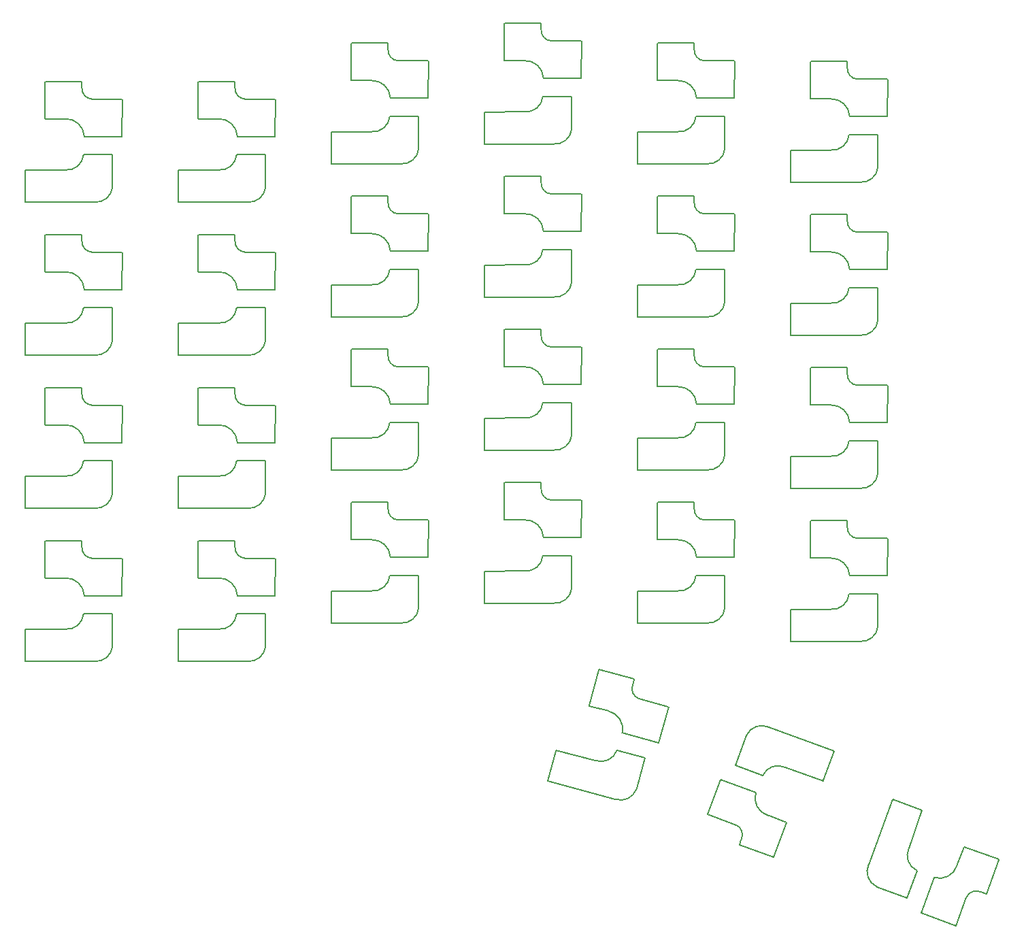
<source format=gbr>
%TF.GenerationSoftware,KiCad,Pcbnew,7.0.10*%
%TF.CreationDate,2024-03-21T20:23:33+01:00*%
%TF.ProjectId,duosync,64756f73-796e-4632-9e6b-696361645f70,rev?*%
%TF.SameCoordinates,Original*%
%TF.FileFunction,Legend,Bot*%
%TF.FilePolarity,Positive*%
%FSLAX46Y46*%
G04 Gerber Fmt 4.6, Leading zero omitted, Abs format (unit mm)*
G04 Created by KiCad (PCBNEW 7.0.10) date 2024-03-21 20:23:33*
%MOMM*%
%LPD*%
G01*
G04 APERTURE LIST*
%ADD10C,0.150000*%
G04 APERTURE END LIST*
D10*
%TO.C,K42*%
X157932200Y-55490100D02*
X157957200Y-50890100D01*
X156757200Y-61740100D02*
X156757200Y-57795100D01*
X156757200Y-57786100D02*
X153147200Y-57786100D01*
X154157200Y-50865100D02*
X157932200Y-50865100D01*
X153232200Y-55515100D02*
X157932200Y-55515100D01*
X152937200Y-49390100D02*
X152937200Y-48690100D01*
X148382200Y-53315100D02*
X150932200Y-53315100D01*
X148382200Y-48665100D02*
X152932200Y-48665100D01*
X148357200Y-53290100D02*
X148357200Y-48690100D01*
X145857200Y-63694100D02*
X154482200Y-63694100D01*
X145857200Y-59786100D02*
X145857200Y-63694100D01*
X145857200Y-59740100D02*
X150907200Y-59694100D01*
X154482200Y-63694099D02*
G75*
G03*
X156746199Y-61810100I190000J2073999D01*
G01*
X152937200Y-49440100D02*
G75*
G03*
X154157200Y-50860100I1320000J-100000D01*
G01*
X150882200Y-59690099D02*
G75*
G03*
X153142199Y-57810100I190000J2069999D01*
G01*
X153227199Y-55490100D02*
G75*
G03*
X150857200Y-53320101I-2269999J-100000D01*
G01*
%TO.C,K54*%
X176982000Y-96066100D02*
X177007000Y-91466100D01*
X175807000Y-102316100D02*
X175807000Y-98371100D01*
X175807000Y-98362100D02*
X172197000Y-98362100D01*
X173207000Y-91441100D02*
X176982000Y-91441100D01*
X172282000Y-96091100D02*
X176982000Y-96091100D01*
X171987000Y-89966100D02*
X171987000Y-89266100D01*
X167432000Y-93891100D02*
X169982000Y-93891100D01*
X167432000Y-89241100D02*
X171982000Y-89241100D01*
X167407000Y-93866100D02*
X167407000Y-89266100D01*
X164907000Y-104270100D02*
X173532000Y-104270100D01*
X164907000Y-100362100D02*
X164907000Y-104270100D01*
X164907000Y-100316100D02*
X169957000Y-100270100D01*
X173532000Y-104270099D02*
G75*
G03*
X175795999Y-102386100I190000J2073999D01*
G01*
X171987000Y-90016100D02*
G75*
G03*
X173207000Y-91436100I1320000J-100000D01*
G01*
X169932000Y-100266099D02*
G75*
G03*
X172191999Y-98386100I190000J2069999D01*
G01*
X172276999Y-96066100D02*
G75*
G03*
X169907000Y-93896101I-2269999J-100000D01*
G01*
%TO.C,K41*%
X157932200Y-36440100D02*
X157957200Y-31840100D01*
X156757200Y-42690100D02*
X156757200Y-38745100D01*
X156757200Y-38736100D02*
X153147200Y-38736100D01*
X154157200Y-31815100D02*
X157932200Y-31815100D01*
X153232200Y-36465100D02*
X157932200Y-36465100D01*
X152937200Y-30340100D02*
X152937200Y-29640100D01*
X148382200Y-34265100D02*
X150932200Y-34265100D01*
X148382200Y-29615100D02*
X152932200Y-29615100D01*
X148357200Y-34240100D02*
X148357200Y-29640100D01*
X145857200Y-44644100D02*
X154482200Y-44644100D01*
X145857200Y-40736100D02*
X145857200Y-44644100D01*
X145857200Y-40690100D02*
X150907200Y-40644100D01*
X154482200Y-44644099D02*
G75*
G03*
X156746199Y-42760100I190000J2073999D01*
G01*
X152937200Y-30390100D02*
G75*
G03*
X154157200Y-31810100I1320000J-100000D01*
G01*
X150882200Y-40640099D02*
G75*
G03*
X153142199Y-38760100I190000J2069999D01*
G01*
X153227199Y-36440100D02*
G75*
G03*
X150857200Y-34270101I-2269999J-100000D01*
G01*
%TO.C,K34*%
X138882200Y-96066100D02*
X138907200Y-91466100D01*
X137707200Y-102316100D02*
X137707200Y-98371100D01*
X137707200Y-98362100D02*
X134097200Y-98362100D01*
X135107200Y-91441100D02*
X138882200Y-91441100D01*
X134182200Y-96091100D02*
X138882200Y-96091100D01*
X133887200Y-89966100D02*
X133887200Y-89266100D01*
X129332200Y-93891100D02*
X131882200Y-93891100D01*
X129332200Y-89241100D02*
X133882200Y-89241100D01*
X129307200Y-93866100D02*
X129307200Y-89266100D01*
X126807200Y-104270100D02*
X135432200Y-104270100D01*
X126807200Y-100362100D02*
X126807200Y-104270100D01*
X126807200Y-100316100D02*
X131857200Y-100270100D01*
X135432200Y-104270099D02*
G75*
G03*
X137696199Y-102386100I190000J2073999D01*
G01*
X133887200Y-90016100D02*
G75*
G03*
X135107200Y-91436100I1320000J-100000D01*
G01*
X131832200Y-100266099D02*
G75*
G03*
X134092199Y-98386100I190000J2069999D01*
G01*
X134177199Y-96066100D02*
G75*
G03*
X131807200Y-93896101I-2269999J-100000D01*
G01*
%TO.C,K14*%
X100782200Y-100829100D02*
X100807200Y-96229100D01*
X99607200Y-107079100D02*
X99607200Y-103134100D01*
X99607200Y-103125100D02*
X95997200Y-103125100D01*
X97007200Y-96204100D02*
X100782200Y-96204100D01*
X96082200Y-100854100D02*
X100782200Y-100854100D01*
X95787200Y-94729100D02*
X95787200Y-94029100D01*
X91232200Y-98654100D02*
X93782200Y-98654100D01*
X91232200Y-94004100D02*
X95782200Y-94004100D01*
X91207200Y-98629100D02*
X91207200Y-94029100D01*
X88707200Y-109033100D02*
X97332200Y-109033100D01*
X88707200Y-105125100D02*
X88707200Y-109033100D01*
X88707200Y-105079100D02*
X93757200Y-105033100D01*
X97332200Y-109033099D02*
G75*
G03*
X99596199Y-107149100I190000J2073999D01*
G01*
X95787200Y-94779100D02*
G75*
G03*
X97007200Y-96199100I1320000J-100000D01*
G01*
X93732200Y-105029099D02*
G75*
G03*
X95992199Y-103149100I190000J2069999D01*
G01*
X96077199Y-100829100D02*
G75*
G03*
X93707200Y-98659101I-2269999J-100000D01*
G01*
%TO.C,K51*%
X176982000Y-38916100D02*
X177007000Y-34316100D01*
X175807000Y-45166100D02*
X175807000Y-41221100D01*
X175807000Y-41212100D02*
X172197000Y-41212100D01*
X173207000Y-34291100D02*
X176982000Y-34291100D01*
X172282000Y-38941100D02*
X176982000Y-38941100D01*
X171987000Y-32816100D02*
X171987000Y-32116100D01*
X167432000Y-36741100D02*
X169982000Y-36741100D01*
X167432000Y-32091100D02*
X171982000Y-32091100D01*
X167407000Y-36716100D02*
X167407000Y-32116100D01*
X164907000Y-47120100D02*
X173532000Y-47120100D01*
X164907000Y-43212100D02*
X164907000Y-47120100D01*
X164907000Y-43166100D02*
X169957000Y-43120100D01*
X173532000Y-47120099D02*
G75*
G03*
X175795999Y-45236100I190000J2073999D01*
G01*
X171987000Y-32866100D02*
G75*
G03*
X173207000Y-34286100I1320000J-100000D01*
G01*
X169932000Y-43116099D02*
G75*
G03*
X172191999Y-41236100I190000J2069999D01*
G01*
X172276999Y-38916100D02*
G75*
G03*
X169907000Y-36746101I-2269999J-100000D01*
G01*
%TO.C,K24*%
X119832200Y-100829100D02*
X119857200Y-96229100D01*
X118657200Y-107079100D02*
X118657200Y-103134100D01*
X118657200Y-103125100D02*
X115047200Y-103125100D01*
X116057200Y-96204100D02*
X119832200Y-96204100D01*
X115132200Y-100854100D02*
X119832200Y-100854100D01*
X114837200Y-94729100D02*
X114837200Y-94029100D01*
X110282200Y-98654100D02*
X112832200Y-98654100D01*
X110282200Y-94004100D02*
X114832200Y-94004100D01*
X110257200Y-98629100D02*
X110257200Y-94029100D01*
X107757200Y-109033100D02*
X116382200Y-109033100D01*
X107757200Y-105125100D02*
X107757200Y-109033100D01*
X107757200Y-105079100D02*
X112807200Y-105033100D01*
X116382200Y-109033099D02*
G75*
G03*
X118646199Y-107149100I190000J2073999D01*
G01*
X114837200Y-94779100D02*
G75*
G03*
X116057200Y-96199100I1320000J-100000D01*
G01*
X112782200Y-105029099D02*
G75*
G03*
X115042199Y-103149100I190000J2069999D01*
G01*
X115127199Y-100829100D02*
G75*
G03*
X112757200Y-98659101I-2269999J-100000D01*
G01*
%TO.C,K44*%
X157932200Y-93590100D02*
X157957200Y-88990100D01*
X156757200Y-99840100D02*
X156757200Y-95895100D01*
X156757200Y-95886100D02*
X153147200Y-95886100D01*
X154157200Y-88965100D02*
X157932200Y-88965100D01*
X153232200Y-93615100D02*
X157932200Y-93615100D01*
X152937200Y-87490100D02*
X152937200Y-86790100D01*
X148382200Y-91415100D02*
X150932200Y-91415100D01*
X148382200Y-86765100D02*
X152932200Y-86765100D01*
X148357200Y-91390100D02*
X148357200Y-86790100D01*
X145857200Y-101794100D02*
X154482200Y-101794100D01*
X145857200Y-97886100D02*
X145857200Y-101794100D01*
X145857200Y-97840100D02*
X150907200Y-97794100D01*
X154482200Y-101794099D02*
G75*
G03*
X156746199Y-99910100I190000J2073999D01*
G01*
X152937200Y-87540100D02*
G75*
G03*
X154157200Y-88960100I1320000J-100000D01*
G01*
X150882200Y-97790099D02*
G75*
G03*
X153142199Y-95910100I190000J2069999D01*
G01*
X153227199Y-93590100D02*
G75*
G03*
X150857200Y-91420101I-2269999J-100000D01*
G01*
%TO.C,K52*%
X176982000Y-57966100D02*
X177007000Y-53366100D01*
X175807000Y-64216100D02*
X175807000Y-60271100D01*
X175807000Y-60262100D02*
X172197000Y-60262100D01*
X173207000Y-53341100D02*
X176982000Y-53341100D01*
X172282000Y-57991100D02*
X176982000Y-57991100D01*
X171987000Y-51866100D02*
X171987000Y-51166100D01*
X167432000Y-55791100D02*
X169982000Y-55791100D01*
X167432000Y-51141100D02*
X171982000Y-51141100D01*
X167407000Y-55766100D02*
X167407000Y-51166100D01*
X164907000Y-66170100D02*
X173532000Y-66170100D01*
X164907000Y-62262100D02*
X164907000Y-66170100D01*
X164907000Y-62216100D02*
X169957000Y-62170100D01*
X173532000Y-66170099D02*
G75*
G03*
X175795999Y-64286100I190000J2073999D01*
G01*
X171987000Y-51916100D02*
G75*
G03*
X173207000Y-53336100I1320000J-100000D01*
G01*
X169932000Y-62166099D02*
G75*
G03*
X172191999Y-60286100I190000J2069999D01*
G01*
X172276999Y-57966100D02*
G75*
G03*
X169907000Y-55796101I-2269999J-100000D01*
G01*
%TO.C,K21*%
X119832200Y-43679100D02*
X119857200Y-39079100D01*
X118657200Y-49929100D02*
X118657200Y-45984100D01*
X118657200Y-45975100D02*
X115047200Y-45975100D01*
X116057200Y-39054100D02*
X119832200Y-39054100D01*
X115132200Y-43704100D02*
X119832200Y-43704100D01*
X114837200Y-37579100D02*
X114837200Y-36879100D01*
X110282200Y-41504100D02*
X112832200Y-41504100D01*
X110282200Y-36854100D02*
X114832200Y-36854100D01*
X110257200Y-41479100D02*
X110257200Y-36879100D01*
X107757200Y-51883100D02*
X116382200Y-51883100D01*
X107757200Y-47975100D02*
X107757200Y-51883100D01*
X107757200Y-47929100D02*
X112807200Y-47883100D01*
X116382200Y-51883099D02*
G75*
G03*
X118646199Y-49999100I190000J2073999D01*
G01*
X114837200Y-37629100D02*
G75*
G03*
X116057200Y-39049100I1320000J-100000D01*
G01*
X112782200Y-47879099D02*
G75*
G03*
X115042199Y-45999100I190000J2069999D01*
G01*
X115127199Y-43679100D02*
G75*
G03*
X112757200Y-41509101I-2269999J-100000D01*
G01*
%TO.C,K65*%
X196641928Y-126198470D02*
X193692004Y-134303319D01*
X194750068Y-137109427D02*
X198457155Y-138458697D01*
X200314247Y-127535085D02*
X196641928Y-126198470D01*
X200357473Y-127550818D02*
X198673497Y-132311999D01*
X198465613Y-138461775D02*
X199700305Y-135069485D01*
X201805275Y-135926086D02*
X200197781Y-140342642D01*
X200221273Y-140351192D02*
X204535308Y-141947977D01*
X205531397Y-132121021D02*
X204659246Y-134517237D01*
X205563439Y-132106080D02*
X209886025Y-133679373D01*
X205858478Y-138385696D02*
X204567351Y-141933035D01*
X207661789Y-137743750D02*
X208319574Y-137983164D01*
X209900968Y-133711415D02*
X208344776Y-137987016D01*
X193692005Y-134303320D02*
G75*
G03*
X194688052Y-137075149I1883938J-887891D01*
G01*
X198685807Y-132289875D02*
G75*
G03*
X199679461Y-135056578I1880179J-886524D01*
G01*
X201830478Y-135929939D02*
G75*
G03*
X204680199Y-134445050I682416J2167305D01*
G01*
X207614803Y-137726650D02*
G75*
G03*
X205863177Y-138387406I-545435J-1206191D01*
G01*
%TO.C,K61*%
X196032200Y-41202100D02*
X196057200Y-36602100D01*
X194857200Y-47452100D02*
X194857200Y-43507100D01*
X194857200Y-43498100D02*
X191247200Y-43498100D01*
X192257200Y-36577100D02*
X196032200Y-36577100D01*
X191332200Y-41227100D02*
X196032200Y-41227100D01*
X191037200Y-35102100D02*
X191037200Y-34402100D01*
X186482200Y-39027100D02*
X189032200Y-39027100D01*
X186482200Y-34377100D02*
X191032200Y-34377100D01*
X186457200Y-39002100D02*
X186457200Y-34402100D01*
X183957200Y-49406100D02*
X192582200Y-49406100D01*
X183957200Y-45498100D02*
X183957200Y-49406100D01*
X183957200Y-45452100D02*
X189007200Y-45406100D01*
X192582200Y-49406099D02*
G75*
G03*
X194846199Y-47522100I190000J2073999D01*
G01*
X191037200Y-35152100D02*
G75*
G03*
X192257200Y-36572100I1320000J-100000D01*
G01*
X188982200Y-45402099D02*
G75*
G03*
X191242199Y-43522100I190000J2069999D01*
G01*
X191327199Y-41202100D02*
G75*
G03*
X188957200Y-39032101I-2269999J-100000D01*
G01*
%TO.C,K11*%
X100782200Y-43679100D02*
X100807200Y-39079100D01*
X99607200Y-49929100D02*
X99607200Y-45984100D01*
X99607200Y-45975100D02*
X95997200Y-45975100D01*
X97007200Y-39054100D02*
X100782200Y-39054100D01*
X96082200Y-43704100D02*
X100782200Y-43704100D01*
X95787200Y-37579100D02*
X95787200Y-36879100D01*
X91232200Y-41504100D02*
X93782200Y-41504100D01*
X91232200Y-36854100D02*
X95782200Y-36854100D01*
X91207200Y-41479100D02*
X91207200Y-36879100D01*
X88707200Y-51883100D02*
X97332200Y-51883100D01*
X88707200Y-47975100D02*
X88707200Y-51883100D01*
X88707200Y-47929100D02*
X93757200Y-47883100D01*
X97332200Y-51883099D02*
G75*
G03*
X99596199Y-49999100I190000J2073999D01*
G01*
X95787200Y-37629100D02*
G75*
G03*
X97007200Y-39049100I1320000J-100000D01*
G01*
X93732200Y-47879099D02*
G75*
G03*
X95992199Y-45999100I190000J2069999D01*
G01*
X96077199Y-43679100D02*
G75*
G03*
X93707200Y-41509101I-2269999J-100000D01*
G01*
%TO.C,K13*%
X100782200Y-81779100D02*
X100807200Y-77179100D01*
X99607200Y-88029100D02*
X99607200Y-84084100D01*
X99607200Y-84075100D02*
X95997200Y-84075100D01*
X97007200Y-77154100D02*
X100782200Y-77154100D01*
X96082200Y-81804100D02*
X100782200Y-81804100D01*
X95787200Y-75679100D02*
X95787200Y-74979100D01*
X91232200Y-79604100D02*
X93782200Y-79604100D01*
X91232200Y-74954100D02*
X95782200Y-74954100D01*
X91207200Y-79579100D02*
X91207200Y-74979100D01*
X88707200Y-89983100D02*
X97332200Y-89983100D01*
X88707200Y-86075100D02*
X88707200Y-89983100D01*
X88707200Y-86029100D02*
X93757200Y-85983100D01*
X97332200Y-89983099D02*
G75*
G03*
X99596199Y-88099100I190000J2073999D01*
G01*
X95787200Y-75729100D02*
G75*
G03*
X97007200Y-77149100I1320000J-100000D01*
G01*
X93732200Y-85979099D02*
G75*
G03*
X95992199Y-84099100I190000J2069999D01*
G01*
X96077199Y-81779100D02*
G75*
G03*
X93707200Y-79609101I-2269999J-100000D01*
G01*
%TO.C,K33*%
X138882200Y-77016100D02*
X138907200Y-72416100D01*
X137707200Y-83266100D02*
X137707200Y-79321100D01*
X137707200Y-79312100D02*
X134097200Y-79312100D01*
X135107200Y-72391100D02*
X138882200Y-72391100D01*
X134182200Y-77041100D02*
X138882200Y-77041100D01*
X133887200Y-70916100D02*
X133887200Y-70216100D01*
X129332200Y-74841100D02*
X131882200Y-74841100D01*
X129332200Y-70191100D02*
X133882200Y-70191100D01*
X129307200Y-74816100D02*
X129307200Y-70216100D01*
X126807200Y-85220100D02*
X135432200Y-85220100D01*
X126807200Y-81312100D02*
X126807200Y-85220100D01*
X126807200Y-81266100D02*
X131857200Y-81220100D01*
X135432200Y-85220099D02*
G75*
G03*
X137696199Y-83336100I190000J2073999D01*
G01*
X133887200Y-70966100D02*
G75*
G03*
X135107200Y-72386100I1320000J-100000D01*
G01*
X131832200Y-81216099D02*
G75*
G03*
X134092199Y-79336100I190000J2069999D01*
G01*
X134177199Y-77016100D02*
G75*
G03*
X131807200Y-74846101I-2269999J-100000D01*
G01*
%TO.C,K32*%
X138882200Y-57966100D02*
X138907200Y-53366100D01*
X137707200Y-64216100D02*
X137707200Y-60271100D01*
X137707200Y-60262100D02*
X134097200Y-60262100D01*
X135107200Y-53341100D02*
X138882200Y-53341100D01*
X134182200Y-57991100D02*
X138882200Y-57991100D01*
X133887200Y-51866100D02*
X133887200Y-51166100D01*
X129332200Y-55791100D02*
X131882200Y-55791100D01*
X129332200Y-51141100D02*
X133882200Y-51141100D01*
X129307200Y-55766100D02*
X129307200Y-51166100D01*
X126807200Y-66170100D02*
X135432200Y-66170100D01*
X126807200Y-62262100D02*
X126807200Y-66170100D01*
X126807200Y-62216100D02*
X131857200Y-62170100D01*
X135432200Y-66170099D02*
G75*
G03*
X137696199Y-64286100I190000J2073999D01*
G01*
X133887200Y-51916100D02*
G75*
G03*
X135107200Y-53336100I1320000J-100000D01*
G01*
X131832200Y-62166099D02*
G75*
G03*
X134092199Y-60286100I190000J2069999D01*
G01*
X134177199Y-57966100D02*
G75*
G03*
X131807200Y-55796101I-2269999J-100000D01*
G01*
%TO.C,K43*%
X157932200Y-74540100D02*
X157957200Y-69940100D01*
X156757200Y-80790100D02*
X156757200Y-76845100D01*
X156757200Y-76836100D02*
X153147200Y-76836100D01*
X154157200Y-69915100D02*
X157932200Y-69915100D01*
X153232200Y-74565100D02*
X157932200Y-74565100D01*
X152937200Y-68440100D02*
X152937200Y-67740100D01*
X148382200Y-72365100D02*
X150932200Y-72365100D01*
X148382200Y-67715100D02*
X152932200Y-67715100D01*
X148357200Y-72340100D02*
X148357200Y-67740100D01*
X145857200Y-82744100D02*
X154482200Y-82744100D01*
X145857200Y-78836100D02*
X145857200Y-82744100D01*
X145857200Y-78790100D02*
X150907200Y-78744100D01*
X154482200Y-82744099D02*
G75*
G03*
X156746199Y-80860100I190000J2073999D01*
G01*
X152937200Y-68490100D02*
G75*
G03*
X154157200Y-69910100I1320000J-100000D01*
G01*
X150882200Y-78740099D02*
G75*
G03*
X153142199Y-76860100I190000J2069999D01*
G01*
X153227199Y-74540100D02*
G75*
G03*
X150857200Y-72370101I-2269999J-100000D01*
G01*
%TO.C,K23*%
X119832200Y-81779100D02*
X119857200Y-77179100D01*
X118657200Y-88029100D02*
X118657200Y-84084100D01*
X118657200Y-84075100D02*
X115047200Y-84075100D01*
X116057200Y-77154100D02*
X119832200Y-77154100D01*
X115132200Y-81804100D02*
X119832200Y-81804100D01*
X114837200Y-75679100D02*
X114837200Y-74979100D01*
X110282200Y-79604100D02*
X112832200Y-79604100D01*
X110282200Y-74954100D02*
X114832200Y-74954100D01*
X110257200Y-79579100D02*
X110257200Y-74979100D01*
X107757200Y-89983100D02*
X116382200Y-89983100D01*
X107757200Y-86075100D02*
X107757200Y-89983100D01*
X107757200Y-86029100D02*
X112807200Y-85983100D01*
X116382200Y-89983099D02*
G75*
G03*
X118646199Y-88099100I190000J2073999D01*
G01*
X114837200Y-75729100D02*
G75*
G03*
X116057200Y-77149100I1320000J-100000D01*
G01*
X112782200Y-85979099D02*
G75*
G03*
X115042199Y-84099100I190000J2069999D01*
G01*
X115127199Y-81779100D02*
G75*
G03*
X112757200Y-79609101I-2269999J-100000D01*
G01*
%TO.C,K22*%
X119832200Y-62729100D02*
X119857200Y-58129100D01*
X118657200Y-68979100D02*
X118657200Y-65034100D01*
X118657200Y-65025100D02*
X115047200Y-65025100D01*
X116057200Y-58104100D02*
X119832200Y-58104100D01*
X115132200Y-62754100D02*
X119832200Y-62754100D01*
X114837200Y-56629100D02*
X114837200Y-55929100D01*
X110282200Y-60554100D02*
X112832200Y-60554100D01*
X110282200Y-55904100D02*
X114832200Y-55904100D01*
X110257200Y-60529100D02*
X110257200Y-55929100D01*
X107757200Y-70933100D02*
X116382200Y-70933100D01*
X107757200Y-67025100D02*
X107757200Y-70933100D01*
X107757200Y-66979100D02*
X112807200Y-66933100D01*
X116382200Y-70933099D02*
G75*
G03*
X118646199Y-69049100I190000J2073999D01*
G01*
X114837200Y-56679100D02*
G75*
G03*
X116057200Y-58099100I1320000J-100000D01*
G01*
X112782200Y-66929099D02*
G75*
G03*
X115042199Y-65049100I190000J2069999D01*
G01*
X115127199Y-62729100D02*
G75*
G03*
X112757200Y-60559101I-2269999J-100000D01*
G01*
%TO.C,K53*%
X176982000Y-77016100D02*
X177007000Y-72416100D01*
X175807000Y-83266100D02*
X175807000Y-79321100D01*
X175807000Y-79312100D02*
X172197000Y-79312100D01*
X173207000Y-72391100D02*
X176982000Y-72391100D01*
X172282000Y-77041100D02*
X176982000Y-77041100D01*
X171987000Y-70916100D02*
X171987000Y-70216100D01*
X167432000Y-74841100D02*
X169982000Y-74841100D01*
X167432000Y-70191100D02*
X171982000Y-70191100D01*
X167407000Y-74816100D02*
X167407000Y-70216100D01*
X164907000Y-85220100D02*
X173532000Y-85220100D01*
X164907000Y-81312100D02*
X164907000Y-85220100D01*
X164907000Y-81266100D02*
X169957000Y-81220100D01*
X173532000Y-85220099D02*
G75*
G03*
X175795999Y-83336100I190000J2073999D01*
G01*
X171987000Y-70966100D02*
G75*
G03*
X173207000Y-72386100I1320000J-100000D01*
G01*
X169932000Y-81216099D02*
G75*
G03*
X172191999Y-79336100I190000J2069999D01*
G01*
X172276999Y-77016100D02*
G75*
G03*
X169907000Y-74846101I-2269999J-100000D01*
G01*
%TO.C,K31*%
X138882200Y-38916100D02*
X138907200Y-34316100D01*
X137707200Y-45166100D02*
X137707200Y-41221100D01*
X137707200Y-41212100D02*
X134097200Y-41212100D01*
X135107200Y-34291100D02*
X138882200Y-34291100D01*
X134182200Y-38941100D02*
X138882200Y-38941100D01*
X133887200Y-32816100D02*
X133887200Y-32116100D01*
X129332200Y-36741100D02*
X131882200Y-36741100D01*
X129332200Y-32091100D02*
X133882200Y-32091100D01*
X129307200Y-36716100D02*
X129307200Y-32116100D01*
X126807200Y-47120100D02*
X135432200Y-47120100D01*
X126807200Y-43212100D02*
X126807200Y-47120100D01*
X126807200Y-43166100D02*
X131857200Y-43120100D01*
X135432200Y-47120099D02*
G75*
G03*
X137696199Y-45236100I190000J2073999D01*
G01*
X133887200Y-32866100D02*
G75*
G03*
X135107200Y-34286100I1320000J-100000D01*
G01*
X131832200Y-43116099D02*
G75*
G03*
X134092199Y-41236100I190000J2069999D01*
G01*
X134177199Y-38916100D02*
G75*
G03*
X131807200Y-36746101I-2269999J-100000D01*
G01*
%TO.C,K12*%
X100782200Y-62729100D02*
X100807200Y-58129100D01*
X99607200Y-68979100D02*
X99607200Y-65034100D01*
X99607200Y-65025100D02*
X95997200Y-65025100D01*
X97007200Y-58104100D02*
X100782200Y-58104100D01*
X96082200Y-62754100D02*
X100782200Y-62754100D01*
X95787200Y-56629100D02*
X95787200Y-55929100D01*
X91232200Y-60554100D02*
X93782200Y-60554100D01*
X91232200Y-55904100D02*
X95782200Y-55904100D01*
X91207200Y-60529100D02*
X91207200Y-55929100D01*
X88707200Y-70933100D02*
X97332200Y-70933100D01*
X88707200Y-67025100D02*
X88707200Y-70933100D01*
X88707200Y-66979100D02*
X93757200Y-66933100D01*
X97332200Y-70933099D02*
G75*
G03*
X99596199Y-69049100I190000J2073999D01*
G01*
X95787200Y-56679100D02*
G75*
G03*
X97007200Y-58099100I1320000J-100000D01*
G01*
X93732200Y-66929099D02*
G75*
G03*
X95992199Y-65049100I190000J2069999D01*
G01*
X96077199Y-62729100D02*
G75*
G03*
X93707200Y-60559101I-2269999J-100000D01*
G01*
%TO.C,K64*%
X196032200Y-98352100D02*
X196057200Y-93752100D01*
X194857200Y-104602100D02*
X194857200Y-100657100D01*
X194857200Y-100648100D02*
X191247200Y-100648100D01*
X192257200Y-93727100D02*
X196032200Y-93727100D01*
X191332200Y-98377100D02*
X196032200Y-98377100D01*
X191037200Y-92252100D02*
X191037200Y-91552100D01*
X186482200Y-96177100D02*
X189032200Y-96177100D01*
X186482200Y-91527100D02*
X191032200Y-91527100D01*
X186457200Y-96152100D02*
X186457200Y-91552100D01*
X183957200Y-106556100D02*
X192582200Y-106556100D01*
X183957200Y-102648100D02*
X183957200Y-106556100D01*
X183957200Y-102602100D02*
X189007200Y-102556100D01*
X192582200Y-106556099D02*
G75*
G03*
X194846199Y-104672100I190000J2073999D01*
G01*
X191037200Y-92302100D02*
G75*
G03*
X192257200Y-93722100I1320000J-100000D01*
G01*
X188982200Y-102552099D02*
G75*
G03*
X191242199Y-100672100I190000J2069999D01*
G01*
X191327199Y-98352100D02*
G75*
G03*
X188957200Y-96182101I-2269999J-100000D01*
G01*
%TO.C,K63*%
X196032200Y-79302100D02*
X196057200Y-74702100D01*
X194857200Y-85552100D02*
X194857200Y-81607100D01*
X194857200Y-81598100D02*
X191247200Y-81598100D01*
X192257200Y-74677100D02*
X196032200Y-74677100D01*
X191332200Y-79327100D02*
X196032200Y-79327100D01*
X191037200Y-73202100D02*
X191037200Y-72502100D01*
X186482200Y-77127100D02*
X189032200Y-77127100D01*
X186482200Y-72477100D02*
X191032200Y-72477100D01*
X186457200Y-77102100D02*
X186457200Y-72502100D01*
X183957200Y-87506100D02*
X192582200Y-87506100D01*
X183957200Y-83598100D02*
X183957200Y-87506100D01*
X183957200Y-83552100D02*
X189007200Y-83506100D01*
X192582200Y-87506099D02*
G75*
G03*
X194846199Y-85622100I190000J2073999D01*
G01*
X191037200Y-73252100D02*
G75*
G03*
X192257200Y-74672100I1320000J-100000D01*
G01*
X188982200Y-83502099D02*
G75*
G03*
X191242199Y-81622100I190000J2069999D01*
G01*
X191327199Y-79302100D02*
G75*
G03*
X188957200Y-77132101I-2269999J-100000D01*
G01*
%TO.C,K62*%
X196032200Y-60252100D02*
X196057200Y-55652100D01*
X194857200Y-66502100D02*
X194857200Y-62557100D01*
X194857200Y-62548100D02*
X191247200Y-62548100D01*
X192257200Y-55627100D02*
X196032200Y-55627100D01*
X191332200Y-60277100D02*
X196032200Y-60277100D01*
X191037200Y-54152100D02*
X191037200Y-53452100D01*
X186482200Y-58077100D02*
X189032200Y-58077100D01*
X186482200Y-53427100D02*
X191032200Y-53427100D01*
X186457200Y-58052100D02*
X186457200Y-53452100D01*
X183957200Y-68456100D02*
X192582200Y-68456100D01*
X183957200Y-64548100D02*
X183957200Y-68456100D01*
X183957200Y-64502100D02*
X189007200Y-64456100D01*
X192582200Y-68456099D02*
G75*
G03*
X194846199Y-66572100I190000J2073999D01*
G01*
X191037200Y-54202100D02*
G75*
G03*
X192257200Y-55622100I1320000J-100000D01*
G01*
X188982200Y-64452099D02*
G75*
G03*
X191242199Y-62572100I190000J2069999D01*
G01*
X191327199Y-60252100D02*
G75*
G03*
X188957200Y-58082101I-2269999J-100000D01*
G01*
%TO.C,K55*%
X188032682Y-123890473D02*
X183271501Y-122206497D01*
X188048415Y-123847247D02*
X189385030Y-120174928D01*
X189385030Y-120174928D02*
X181280181Y-117225004D01*
X183477421Y-129096440D02*
X181904128Y-133419026D01*
X181872085Y-133433968D02*
X177596484Y-131877776D01*
X183462479Y-129064397D02*
X181066263Y-128192246D01*
X177839750Y-131194789D02*
X177600336Y-131852574D01*
X179657414Y-125338275D02*
X175240858Y-123730781D01*
X177197804Y-129391478D02*
X173650465Y-128100351D01*
X177121725Y-121998613D02*
X180514015Y-123233305D01*
X178474073Y-118283068D02*
X177124803Y-121990155D01*
X175232308Y-123754273D02*
X173635523Y-128068309D01*
X179653561Y-125363478D02*
G75*
G03*
X181138450Y-128213199I2167305J-682416D01*
G01*
X183293626Y-122218807D02*
G75*
G03*
X180526922Y-123212463I-886524J-1880179D01*
G01*
X177856850Y-131147803D02*
G75*
G03*
X177196094Y-129396177I-1206191J545435D01*
G01*
X181280180Y-117225005D02*
G75*
G03*
X178508351Y-118221052I-887891J-1883938D01*
G01*
%TO.C,K45*%
X154808122Y-120122657D02*
X159697953Y-121385261D01*
X154796216Y-120167090D02*
X153784751Y-123941928D01*
X153784751Y-123941928D02*
X162115862Y-126174242D01*
X158892319Y-114539483D02*
X160082887Y-110096224D01*
X160113505Y-110078547D02*
X164508468Y-111256173D01*
X158909997Y-114570102D02*
X161373108Y-115230090D01*
X164325654Y-111957764D02*
X164506827Y-111281616D01*
X163025335Y-117950411D02*
X167565187Y-119166861D01*
X165122325Y-113698264D02*
X168768695Y-114675305D01*
X165842446Y-121056366D02*
X162355453Y-120122029D01*
X164819075Y-124875636D02*
X165840116Y-121065059D01*
X167571657Y-119142712D02*
X168786373Y-114705924D01*
X163026975Y-117924969D02*
G75*
G03*
X161299369Y-115215510I-2218532J490927D01*
G01*
X159674840Y-121374926D02*
G75*
G03*
X162344411Y-120143917I719281J1950290D01*
G01*
X164312713Y-112006060D02*
G75*
G03*
X165123619Y-113693434I1249140J-438234D01*
G01*
X162115862Y-126174243D02*
G75*
G03*
X164790333Y-124940404I720316J1954155D01*
G01*
%TD*%
M02*

</source>
